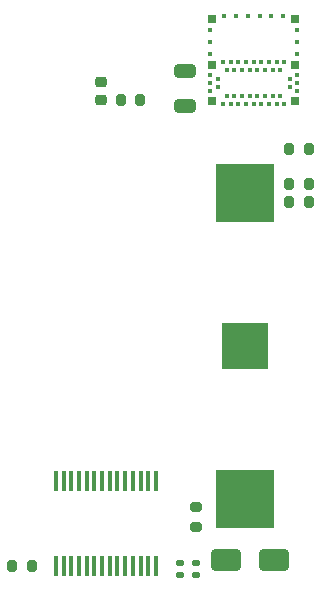
<source format=gbr>
%TF.GenerationSoftware,KiCad,Pcbnew,8.0.6*%
%TF.CreationDate,2025-06-16T01:38:39+09:00*%
%TF.ProjectId,card,63617264-2e6b-4696-9361-645f70636258,rev?*%
%TF.SameCoordinates,Original*%
%TF.FileFunction,Paste,Top*%
%TF.FilePolarity,Positive*%
%FSLAX46Y46*%
G04 Gerber Fmt 4.6, Leading zero omitted, Abs format (unit mm)*
G04 Created by KiCad (PCBNEW 8.0.6) date 2025-06-16 01:38:39*
%MOMM*%
%LPD*%
G01*
G04 APERTURE LIST*
G04 Aperture macros list*
%AMRoundRect*
0 Rectangle with rounded corners*
0 $1 Rounding radius*
0 $2 $3 $4 $5 $6 $7 $8 $9 X,Y pos of 4 corners*
0 Add a 4 corners polygon primitive as box body*
4,1,4,$2,$3,$4,$5,$6,$7,$8,$9,$2,$3,0*
0 Add four circle primitives for the rounded corners*
1,1,$1+$1,$2,$3*
1,1,$1+$1,$4,$5*
1,1,$1+$1,$6,$7*
1,1,$1+$1,$8,$9*
0 Add four rect primitives between the rounded corners*
20,1,$1+$1,$2,$3,$4,$5,0*
20,1,$1+$1,$4,$5,$6,$7,0*
20,1,$1+$1,$6,$7,$8,$9,0*
20,1,$1+$1,$8,$9,$2,$3,0*%
G04 Aperture macros list end*
%ADD10RoundRect,0.200000X0.200000X0.275000X-0.200000X0.275000X-0.200000X-0.275000X0.200000X-0.275000X0*%
%ADD11R,5.000000X5.000000*%
%ADD12R,4.000000X4.000000*%
%ADD13RoundRect,0.140000X-0.170000X0.140000X-0.170000X-0.140000X0.170000X-0.140000X0.170000X0.140000X0*%
%ADD14R,0.450000X1.750000*%
%ADD15RoundRect,0.200000X0.275000X-0.200000X0.275000X0.200000X-0.275000X0.200000X-0.275000X-0.200000X0*%
%ADD16RoundRect,0.200000X-0.200000X-0.275000X0.200000X-0.275000X0.200000X0.275000X-0.200000X0.275000X0*%
%ADD17RoundRect,0.250000X-1.000000X-0.650000X1.000000X-0.650000X1.000000X0.650000X-1.000000X0.650000X0*%
%ADD18RoundRect,0.218750X0.256250X-0.218750X0.256250X0.218750X-0.256250X0.218750X-0.256250X-0.218750X0*%
%ADD19R,0.800000X0.800000*%
%ADD20R,0.400000X0.400000*%
%ADD21RoundRect,0.250000X-0.650000X0.325000X-0.650000X-0.325000X0.650000X-0.325000X0.650000X0.325000X0*%
G04 APERTURE END LIST*
D10*
%TO.C,R4*%
X138150000Y-63000000D03*
X136500000Y-63000000D03*
%TD*%
%TO.C,R3*%
X138150000Y-66000000D03*
X136500000Y-66000000D03*
%TD*%
D11*
%TO.C,BT1*%
X132790773Y-66750000D03*
X132790773Y-92650000D03*
D12*
X132790773Y-79700000D03*
%TD*%
D13*
%TO.C,C2*%
X128600000Y-98100000D03*
X128600000Y-99060000D03*
%TD*%
D14*
%TO.C,U2*%
X125225000Y-91100000D03*
X124575000Y-91100000D03*
X123925000Y-91100000D03*
X123275000Y-91100000D03*
X122625000Y-91100000D03*
X121975000Y-91100000D03*
X121325000Y-91100000D03*
X120675000Y-91100000D03*
X120025000Y-91100000D03*
X119375000Y-91100000D03*
X118725000Y-91100000D03*
X118075000Y-91100000D03*
X117425000Y-91100000D03*
X116775000Y-91100000D03*
X116775000Y-98300000D03*
X117425000Y-98300000D03*
X118075000Y-98300000D03*
X118725000Y-98300000D03*
X119375000Y-98300000D03*
X120025000Y-98300000D03*
X120675000Y-98300000D03*
X121325000Y-98300000D03*
X121975000Y-98300000D03*
X122625000Y-98300000D03*
X123275000Y-98300000D03*
X123925000Y-98300000D03*
X124575000Y-98300000D03*
X125225000Y-98300000D03*
%TD*%
D15*
%TO.C,R5*%
X128600000Y-95025000D03*
X128600000Y-93375000D03*
%TD*%
D16*
%TO.C,R2*%
X113075000Y-98300000D03*
X114725000Y-98300000D03*
%TD*%
D13*
%TO.C,C1*%
X127300000Y-98100000D03*
X127300000Y-99060000D03*
%TD*%
D17*
%TO.C,D1*%
X131200000Y-97800000D03*
X135200000Y-97800000D03*
%TD*%
D18*
%TO.C,D2*%
X120600000Y-58900000D03*
X120600000Y-57325000D03*
%TD*%
D19*
%TO.C,U1*%
X137000000Y-59000000D03*
D20*
X137200000Y-58100000D03*
X136550000Y-57775000D03*
X137200000Y-57450000D03*
X136550000Y-57125000D03*
X137200000Y-56800000D03*
D19*
X137000000Y-55900000D03*
D20*
X136100000Y-55700000D03*
X135775000Y-56350000D03*
X135450000Y-55700000D03*
X135125000Y-56350000D03*
X134800000Y-55700000D03*
X134475000Y-56350000D03*
X134150000Y-55700000D03*
X133825000Y-56350000D03*
X133500000Y-55700000D03*
X133175000Y-56350000D03*
X132850000Y-55700000D03*
X132525000Y-56350000D03*
X132200000Y-55700000D03*
X131875000Y-56350000D03*
X131550000Y-55700000D03*
X131225000Y-56350000D03*
X130900000Y-55700000D03*
D19*
X130000000Y-55900000D03*
D20*
X129800000Y-56800000D03*
X130450000Y-57125000D03*
X129800000Y-57450000D03*
X130450000Y-57775000D03*
X129800000Y-58100000D03*
D19*
X130000000Y-59000000D03*
D20*
X130900000Y-59200000D03*
X131225000Y-58550000D03*
X131550000Y-59200000D03*
X131875000Y-58550000D03*
X132200000Y-59200000D03*
X132525000Y-58550000D03*
X132850000Y-59200000D03*
X133175000Y-58550000D03*
X133500000Y-59200000D03*
X133825000Y-58550000D03*
X134150000Y-59200000D03*
X134475000Y-58550000D03*
X134800000Y-59200000D03*
X135125000Y-58550000D03*
X135450000Y-59200000D03*
X135775000Y-58550000D03*
X136100000Y-59200000D03*
X137200000Y-54950000D03*
X137200000Y-53950000D03*
X137200000Y-52950000D03*
D19*
X137000000Y-52000000D03*
D20*
X136000000Y-51800000D03*
X135000000Y-51800000D03*
X134000000Y-51800000D03*
X133000000Y-51800000D03*
X132000000Y-51800000D03*
X131000000Y-51800000D03*
D19*
X130000000Y-52000000D03*
D20*
X129800000Y-52950000D03*
X129800000Y-53950000D03*
X129800000Y-54950000D03*
%TD*%
D16*
%TO.C,R6*%
X122250000Y-58900000D03*
X123900000Y-58900000D03*
%TD*%
D10*
%TO.C,R1*%
X138150000Y-67500000D03*
X136500000Y-67500000D03*
%TD*%
D21*
%TO.C,C3*%
X127700000Y-56400000D03*
X127700000Y-59350000D03*
%TD*%
M02*

</source>
